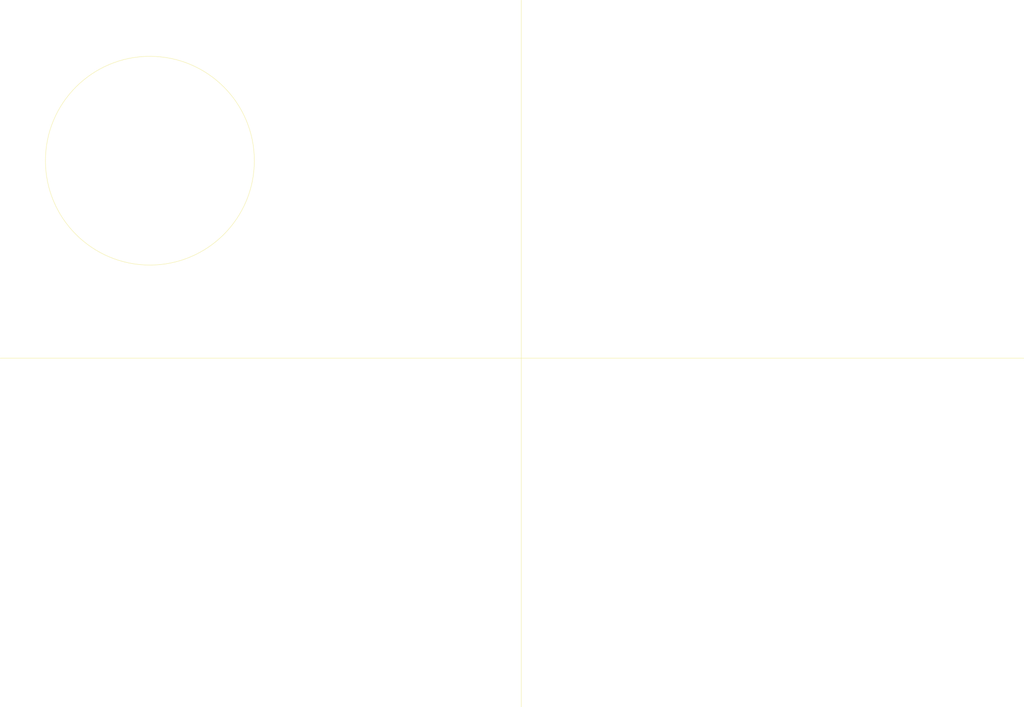
<source format=kicad_pcb>
(kicad_pcb (version 20171130) (host pcbnew "(5.1.5-0-10_14)")

  (general
    (thickness 1.6)
    (drawings 3)
    (tracks 0)
    (zones 0)
    (modules 0)
    (nets 1)
  )

  (page A4)
  (layers
    (0 F.Cu signal)
    (31 B.Cu signal)
    (32 B.Adhes user)
    (33 F.Adhes user)
    (34 B.Paste user)
    (35 F.Paste user)
    (36 B.SilkS user)
    (37 F.SilkS user)
    (38 B.Mask user)
    (39 F.Mask user)
    (40 Dwgs.User user)
    (41 Cmts.User user)
    (42 Eco1.User user)
    (43 Eco2.User user)
    (44 Edge.Cuts user)
    (45 Margin user)
    (46 B.CrtYd user)
    (47 F.CrtYd user)
    (48 B.Fab user)
    (49 F.Fab user)
  )

  (setup
    (last_trace_width 0.25)
    (trace_clearance 0.2)
    (zone_clearance 0.508)
    (zone_45_only no)
    (trace_min 0.2)
    (via_size 0.8)
    (via_drill 0.4)
    (via_min_size 0.4)
    (via_min_drill 0.3)
    (uvia_size 0.3)
    (uvia_drill 0.1)
    (uvias_allowed no)
    (uvia_min_size 0.2)
    (uvia_min_drill 0.1)
    (edge_width 0.05)
    (segment_width 0.2)
    (pcb_text_width 0.3)
    (pcb_text_size 1.5 1.5)
    (mod_edge_width 0.12)
    (mod_text_size 1 1)
    (mod_text_width 0.15)
    (pad_size 1.524 1.524)
    (pad_drill 0.762)
    (pad_to_mask_clearance 0.051)
    (solder_mask_min_width 0.25)
    (aux_axis_origin 0 0)
    (visible_elements FFFFFF7F)
    (pcbplotparams
      (layerselection 0x010fc_ffffffff)
      (usegerberextensions false)
      (usegerberattributes false)
      (usegerberadvancedattributes false)
      (creategerberjobfile false)
      (excludeedgelayer true)
      (linewidth 0.100000)
      (plotframeref false)
      (viasonmask false)
      (mode 1)
      (useauxorigin false)
      (hpglpennumber 1)
      (hpglpenspeed 20)
      (hpglpendiameter 15.000000)
      (psnegative false)
      (psa4output false)
      (plotreference true)
      (plotvalue true)
      (plotinvisibletext false)
      (padsonsilk false)
      (subtractmaskfromsilk false)
      (outputformat 1)
      (mirror false)
      (drillshape 1)
      (scaleselection 1)
      (outputdirectory ""))
  )

  (net 0 "")

  (net_class Default "This is the default net class."
    (clearance 0.2)
    (trace_width 0.25)
    (via_dia 0.8)
    (via_drill 0.4)
    (uvia_dia 0.3)
    (uvia_drill 0.1)
  )

  (gr_line (start 9.07034 106.33456) (end 288.63036 106.33456) (layer F.SilkS) (width 0.12))
  (gr_line (start 151.39162 8.48868) (end 151.39162 201.64044) (layer F.SilkS) (width 0.12))
  (gr_circle (center 49.9491 52.3494) (end 73.77176 68.04406) (layer F.SilkS) (width 0.12))

)

</source>
